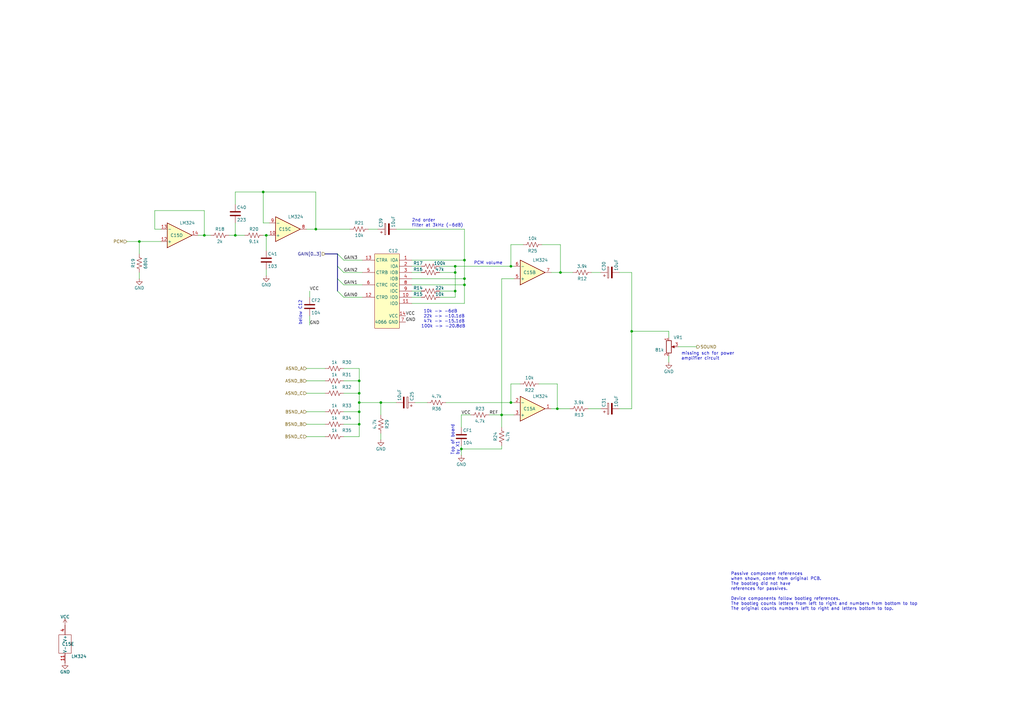
<source format=kicad_sch>
(kicad_sch (version 20231120) (generator "eeschema") (generator_version "8.0")
  (paper "A3")
  (title_block (title "Sound amplifiers") (date "2024-10-12") (company "JOTEGO") (comment 1 "Jose Tejada"))
  (lib_symbols
    (symbol "Amplifier_Operational:LM324" (pin_names (offset 0.127))
      (property "Reference" "C15" (at -3.81 0 0))
      (property "Value" "LM324" (at 0 -5.08 0))
      (symbol "LM324_1_1"
        (polyline (pts (xy -5.08 5.08) (xy 5.08 0) (xy -5.08 -5.08) (xy -5.08 5.08)) (stroke (width 0.254)) (fill (type background)))
        (pin output line (at 7.62 0 180) (length 2.54) (name "~") (number "1"))
        (pin input line (at -7.62 -2.54 0) (length 2.54) (name "-") (number "2"))
        (pin input line (at -7.62 2.54 0) (length 2.54) (name "+") (number "3"))
      )
      (symbol "LM324_2_1"
        (polyline (pts (xy -5.08 5.08) (xy 5.08 0) (xy -5.08 -5.08) (xy -5.08 5.08)) (stroke (width 0.254)) (fill (type background)))
        (pin input line (at -7.62 2.54 0) (length 2.54) (name "+") (number "5"))
        (pin input line (at -7.62 -2.54 0) (length 2.54) (name "-") (number "6"))
        (pin output line (at 7.62 0 180) (length 2.54) (name "~") (number "7"))
      )
      (symbol "LM324_3_1"
        (polyline (pts (xy -5.08 5.08) (xy 5.08 0) (xy -5.08 -5.08) (xy -5.08 5.08)) (stroke (width 0.254)) (fill (type background)))
        (pin input line (at -7.62 2.54 0) (length 2.54) (name "+") (number "10"))
        (pin output line (at 7.62 0 180) (length 2.54) (name "~") (number "8"))
        (pin input line (at -7.62 -2.54 0) (length 2.54) (name "-") (number "9"))
      )
      (symbol "LM324_4_1"
        (polyline (pts (xy -5.08 5.08) (xy 5.08 0) (xy -5.08 -5.08) (xy -5.08 5.08)) (stroke (width 0.254)) (fill (type background)))
        (pin input line (at -7.62 2.54 0) (length 2.54) (name "+") (number "12"))
        (pin input line (at -7.62 -2.54 0) (length 2.54) (name "-") (number "13"))
        (pin output line (at 7.62 0 180) (length 2.54) (name "~") (number "14"))
      )
      (symbol "LM324_5_1"
        (rectangle (start -5.08 3.81) (end 0 -3.81))
        (pin power_in line (at -2.54 -7.62 90) (length 3.81) (name "V-") (number "11"))
        (pin power_in line (at -2.54 7.62 270) (length 3.81) (name "V+") (number "4"))
      )
    )
    (symbol "Device:C" (pin_numbers hide) (pin_names (offset 0.254))
      (property "Reference" "C" (at 0.635 2.54 0))
      (property "Value" "C" (at 0.635 -2.54 0))
      (symbol "C_0_1"
        (polyline (pts (xy -2.032 -0.762) (xy 2.032 -0.762)) (stroke (width 0.508)))
        (polyline (pts (xy -2.032 0.762) (xy 2.032 0.762)) (stroke (width 0.508)))
      )
      (symbol "C_1_1"
        (pin passive line (at 0 3.81 270) (length 2.794) (name "~") (number "1"))
        (pin passive line (at 0 -3.81 90) (length 2.794) (name "~") (number "2"))
      )
    )
    (symbol "Device:C_Polarized" (pin_numbers hide) (pin_names (offset 0.254))
      (property "Reference" "C" (at 0.635 2.54 0))
      (property "Value" "C_Polarized" (at 0.635 -2.54 0))
      (symbol "C_Polarized_0_1"
        (rectangle (start -2.286 0.508) (end 2.286 1.016))
        (polyline (pts (xy -1.778 2.286) (xy -0.762 2.286)))
        (polyline (pts (xy -1.27 2.794) (xy -1.27 1.778)))
        (rectangle (start 2.286 -0.508) (end -2.286 -1.016) (fill (type outline)))
      )
      (symbol "C_Polarized_1_1"
        (pin passive line (at 0 3.81 270) (length 2.794) (name "~") (number "1"))
        (pin passive line (at 0 -3.81 90) (length 2.794) (name "~") (number "2"))
      )
    )
    (symbol "Device:R_US" (pin_numbers hide) (pin_names (offset 0))
      (property "Reference" "R" (at 2.54 0 90))
      (property "Value" "R_US" (at -2.54 0 90))
      (symbol "R_US_0_1"
        (polyline (pts (xy 0 -2.286) (xy 0 -2.54)))
        (polyline (pts (xy 0 2.286) (xy 0 2.54)))
        (polyline (pts (xy 0 -0.762) (xy 1.016 -1.143) (xy 0 -1.524) (xy -1.016 -1.905) (xy 0 -2.286)))
        (polyline (pts (xy 0 0.762) (xy 1.016 0.381) (xy 0 0) (xy -1.016 -0.381) (xy 0 -0.762)))
        (polyline (pts (xy 0 2.286) (xy 1.016 1.905) (xy 0 1.524) (xy -1.016 1.143) (xy 0 0.762)))
      )
      (symbol "R_US_1_1"
        (pin passive line (at 0 3.81 270) (length 1.27) (name "~") (number "1"))
        (pin passive line (at 0 -3.81 90) (length 1.27) (name "~") (number "2"))
      )
    )
    (symbol "LM324_1" (pin_names (offset 0.127))
      (property "Reference" "C15" (at -3.81 0 0))
      (property "Value" "LM324" (at 0 -5.08 0))
      (symbol "LM324_1_1_1"
        (polyline (pts (xy -5.08 5.08) (xy 5.08 0) (xy -5.08 -5.08) (xy -5.08 5.08)) (stroke (width 0.254)) (fill (type background)))
        (pin output line (at 7.62 0 180) (length 2.54) (name "~") (number "1"))
        (pin input line (at -7.62 -2.54 0) (length 2.54) (name "-") (number "2"))
        (pin input line (at -7.62 2.54 0) (length 2.54) (name "+") (number "3"))
      )
      (symbol "LM324_1_2_1"
        (polyline (pts (xy -5.08 5.08) (xy 5.08 0) (xy -5.08 -5.08) (xy -5.08 5.08)) (stroke (width 0.254)) (fill (type background)))
        (pin input line (at -7.62 2.54 0) (length 2.54) (name "+") (number "5"))
        (pin input line (at -7.62 -2.54 0) (length 2.54) (name "-") (number "6"))
        (pin output line (at 7.62 0 180) (length 2.54) (name "~") (number "7"))
      )
      (symbol "LM324_1_3_1"
        (polyline (pts (xy -5.08 5.08) (xy 5.08 0) (xy -5.08 -5.08) (xy -5.08 5.08)) (stroke (width 0.254)) (fill (type background)))
        (pin input line (at -7.62 2.54 0) (length 2.54) (name "+") (number "10"))
        (pin output line (at 7.62 0 180) (length 2.54) (name "~") (number "8"))
        (pin input line (at -7.62 -2.54 0) (length 2.54) (name "-") (number "9"))
      )
      (symbol "LM324_1_4_1"
        (polyline (pts (xy -5.08 5.08) (xy 5.08 0) (xy -5.08 -5.08) (xy -5.08 5.08)) (stroke (width 0.254)) (fill (type background)))
        (pin input line (at -7.62 2.54 0) (length 2.54) (name "+") (number "12"))
        (pin input line (at -7.62 -2.54 0) (length 2.54) (name "-") (number "13"))
        (pin output line (at 7.62 0 180) (length 2.54) (name "~") (number "14"))
      )
      (symbol "LM324_1_5_1"
        (rectangle (start -5.08 3.81) (end 0 -3.81))
        (pin power_in line (at -2.54 -7.62 90) (length 3.81) (name "V-") (number "11"))
        (pin power_in line (at -2.54 7.62 270) (length 3.81) (name "V+") (number "4"))
      )
    )
    (symbol "LM324_2" (pin_names (offset 0.127))
      (property "Reference" "C15" (at -3.81 0 0))
      (property "Value" "LM324" (at 0 -5.08 0))
      (symbol "LM324_2_1_1"
        (polyline (pts (xy -5.08 5.08) (xy 5.08 0) (xy -5.08 -5.08) (xy -5.08 5.08)) (stroke (width 0.254)) (fill (type background)))
        (pin output line (at 7.62 0 180) (length 2.54) (name "~") (number "1"))
        (pin input line (at -7.62 -2.54 0) (length 2.54) (name "-") (number "2"))
        (pin input line (at -7.62 2.54 0) (length 2.54) (name "+") (number "3"))
      )
      (symbol "LM324_2_2_1"
        (polyline (pts (xy -5.08 5.08) (xy 5.08 0) (xy -5.08 -5.08) (xy -5.08 5.08)) (stroke (width 0.254)) (fill (type background)))
        (pin input line (at -7.62 2.54 0) (length 2.54) (name "+") (number "5"))
        (pin input line (at -7.62 -2.54 0) (length 2.54) (name "-") (number "6"))
        (pin output line (at 7.62 0 180) (length 2.54) (name "~") (number "7"))
      )
      (symbol "LM324_2_3_1"
        (polyline (pts (xy -5.08 5.08) (xy 5.08 0) (xy -5.08 -5.08) (xy -5.08 5.08)) (stroke (width 0.254)) (fill (type background)))
        (pin input line (at -7.62 2.54 0) (length 2.54) (name "+") (number "10"))
        (pin output line (at 7.62 0 180) (length 2.54) (name "~") (number "8"))
        (pin input line (at -7.62 -2.54 0) (length 2.54) (name "-") (number "9"))
      )
      (symbol "LM324_2_4_1"
        (polyline (pts (xy -5.08 5.08) (xy 5.08 0) (xy -5.08 -5.08) (xy -5.08 5.08)) (stroke (width 0.254)) (fill (type background)))
        (pin input line (at -7.62 2.54 0) (length 2.54) (name "+") (number "12"))
        (pin input line (at -7.62 -2.54 0) (length 2.54) (name "-") (number "13"))
        (pin output line (at 7.62 0 180) (length 2.54) (name "~") (number "14"))
      )
      (symbol "LM324_2_5_1"
        (rectangle (start -5.08 3.81) (end 0 -3.81))
        (pin power_in line (at -2.54 -7.62 90) (length 3.81) (name "V-") (number "11"))
        (pin power_in line (at -2.54 7.62 270) (length 3.81) (name "V+") (number "4"))
      )
    )
    (symbol "LM324_3" (pin_names (offset 0.127))
      (property "Reference" "C15" (at -3.81 0 0))
      (property "Value" "LM324" (at 0 -5.08 0))
      (symbol "LM324_3_1_1"
        (polyline (pts (xy -5.08 5.08) (xy 5.08 0) (xy -5.08 -5.08) (xy -5.08 5.08)) (stroke (width 0.254)) (fill (type background)))
        (pin output line (at 7.62 0 180) (length 2.54) (name "~") (number "1"))
        (pin input line (at -7.62 -2.54 0) (length 2.54) (name "-") (number "2"))
        (pin input line (at -7.62 2.54 0) (length 2.54) (name "+") (number "3"))
      )
      (symbol "LM324_3_2_1"
        (polyline (pts (xy -5.08 5.08) (xy 5.08 0) (xy -5.08 -5.08) (xy -5.08 5.08)) (stroke (width 0.254)) (fill (type background)))
        (pin input line (at -7.62 2.54 0) (length 2.54) (name "+") (number "5"))
        (pin input line (at -7.62 -2.54 0) (length 2.54) (name "-") (number "6"))
        (pin output line (at 7.62 0 180) (length 2.54) (name "~") (number "7"))
      )
      (symbol "LM324_3_3_1"
        (polyline (pts (xy -5.08 5.08) (xy 5.08 0) (xy -5.08 -5.08) (xy -5.08 5.08)) (stroke (width 0.254)) (fill (type background)))
        (pin input line (at -7.62 2.54 0) (length 2.54) (name "+") (number "10"))
        (pin output line (at 7.62 0 180) (length 2.54) (name "~") (number "8"))
        (pin input line (at -7.62 -2.54 0) (length 2.54) (name "-") (number "9"))
      )
      (symbol "LM324_3_4_1"
        (polyline (pts (xy -5.08 5.08) (xy 5.08 0) (xy -5.08 -5.08) (xy -5.08 5.08)) (stroke (width 0.254)) (fill (type background)))
        (pin input line (at -7.62 2.54 0) (length 2.54) (name "+") (number "12"))
        (pin input line (at -7.62 -2.54 0) (length 2.54) (name "-") (number "13"))
        (pin output line (at 7.62 0 180) (length 2.54) (name "~") (number "14"))
      )
      (symbol "LM324_3_5_1"
        (rectangle (start -5.08 3.81) (end 0 -3.81))
        (pin power_in line (at -2.54 -7.62 90) (length 3.81) (name "V-") (number "11"))
        (pin power_in line (at -2.54 7.62 270) (length 3.81) (name "V+") (number "4"))
      )
    )
    (symbol "LM324_4" (pin_names (offset 0.127))
      (property "Reference" "C15" (at -3.81 0 0))
      (property "Value" "LM324" (at 0 -5.08 0))
      (symbol "LM324_4_1_1"
        (polyline (pts (xy -5.08 5.08) (xy 5.08 0) (xy -5.08 -5.08) (xy -5.08 5.08)) (stroke (width 0.254)) (fill (type background)))
        (pin output line (at 7.62 0 180) (length 2.54) (name "~") (number "1"))
        (pin input line (at -7.62 -2.54 0) (length 2.54) (name "-") (number "2"))
        (pin input line (at -7.62 2.54 0) (length 2.54) (name "+") (number "3"))
      )
      (symbol "LM324_4_2_1"
        (polyline (pts (xy -5.08 5.08) (xy 5.08 0) (xy -5.08 -5.08) (xy -5.08 5.08)) (stroke (width 0.254)) (fill (type background)))
        (pin input line (at -7.62 2.54 0) (length 2.54) (name "+") (number "5"))
        (pin input line (at -7.62 -2.54 0) (length 2.54) (name "-") (number "6"))
        (pin output line (at 7.62 0 180) (length 2.54) (name "~") (number "7"))
      )
      (symbol "LM324_4_3_1"
        (polyline (pts (xy -5.08 5.08) (xy 5.08 0) (xy -5.08 -5.08) (xy -5.08 5.08)) (stroke (width 0.254)) (fill (type background)))
        (pin input line (at -7.62 2.54 0) (length 2.54) (name "+") (number "10"))
        (pin output line (at 7.62 0 180) (length 2.54) (name "~") (number "8"))
        (pin input line (at -7.62 -2.54 0) (length 2.54) (name "-") (number "9"))
      )
      (symbol "LM324_4_4_1"
        (polyline (pts (xy -5.08 5.08) (xy 5.08 0) (xy -5.08 -5.08) (xy -5.08 5.08)) (stroke (width 0.254)) (fill (type background)))
        (pin input line (at -7.62 2.54 0) (length 2.54) (name "+") (number "12"))
        (pin input line (at -7.62 -2.54 0) (length 2.54) (name "-") (number "13"))
        (pin output line (at 7.62 0 180) (length 2.54) (name "~") (number "14"))
      )
      (symbol "LM324_4_5_1"
        (rectangle (start -5.08 3.81) (end 0 -3.81))
        (pin power_in line (at -2.54 -7.62 90) (length 3.81) (name "V-") (number "11"))
        (pin power_in line (at -2.54 7.62 270) (length 3.81) (name "V+") (number "4"))
      )
    )
    (symbol "arcade:4066"
      (property "Reference" "U" (at 0 19.05 0))
      (property "Value" "4066" (at 0 16.51 0))
      (symbol "4066_0_1"
        (rectangle (start -5.08 15.24) (end 5.08 -15.24) (fill (type background)))
      )
      (symbol "4066_1_1"
        (pin bidirectional line (at 10.16 12.7 180) (length 5.08) (name "IOA") (number "1"))
        (pin bidirectional line (at 10.16 -2.54 180) (length 5.08) (name "IOD") (number "10"))
        (pin bidirectional line (at 10.16 -5.08 180) (length 5.08) (name "IOD") (number "11"))
        (pin input line (at -10.16 -2.54 0) (length 5.08) (name "CTRD") (number "12"))
        (pin input line (at -10.16 12.7 0) (length 5.08) (name "CTRA") (number "13"))
        (pin power_in line (at 7.62 -10.16 180) (length 2.54) (name "VCC") (number "14"))
        (pin bidirectional line (at 10.16 10.16 180) (length 5.08) (name "IOA") (number "2"))
        (pin bidirectional line (at 10.16 7.62 180) (length 5.08) (name "IOB") (number "3"))
        (pin bidirectional line (at 10.16 5.08 180) (length 5.08) (name "IOB") (number "4"))
        (pin input line (at -10.16 7.62 0) (length 5.08) (name "CTRB") (number "5"))
        (pin input line (at -10.16 2.54 0) (length 5.08) (name "CTRC") (number "6"))
        (pin power_in line (at 7.62 -12.7 180) (length 2.54) (name "GND") (number "7"))
        (pin bidirectional line (at 10.16 2.54 180) (length 5.08) (name "IOC") (number "8"))
        (pin bidirectional line (at 10.16 0 180) (length 5.08) (name "IOC") (number "9"))
      )
    )
    (symbol "arcade:R_POT"
      (property "Reference" "U" (at 3.81 6.35 0))
      (property "Value" "R_POT" (at 10.16 3.81 0))
      (symbol "R_POT_0_1"
        (rectangle (start -1.016 2.54) (end 1.016 -2.54) (stroke (width 0.254)))
        (polyline (pts (xy 2.54 0) (xy 1.524 0)))
        (polyline (pts (xy 1.143 0) (xy 2.286 0.508) (xy 2.286 -0.508) (xy 1.143 0)) (fill (type outline)))
      )
      (symbol "R_POT_1_1"
        (pin passive line (at 0 3.81 270) (length 1.27) (name "") (number "1"))
        (pin passive line (at 0 -3.81 90) (length 1.27) (name "") (number "2"))
        (pin passive line (at 3.81 0 180) (length 1.27) (name "") (number "3"))
      )
    )
    (symbol "power:GND" (power) (pin_numbers hide) (pin_names (offset 0) hide)
      (property "Value" "GND" (at 0 -3.81 0))
      (symbol "GND_0_1"
        (polyline (pts (xy 0 0) (xy 0 -1.27) (xy 1.27 -1.27) (xy 0 -2.54) (xy -1.27 -1.27) (xy 0 -1.27)))
      )
      (symbol "GND_1_1"
        (pin power_in line (at 0 0 270) (length 0) (name "~") (number "1"))
      )
    )
    (symbol "power:VCC" (power) (pin_numbers hide) (pin_names (offset 0) hide)
      (property "Value" "VCC" (at 0 3.556 0))
      (symbol "VCC_0_1"
        (polyline (pts (xy -0.762 1.27) (xy 0 2.54)))
        (polyline (pts (xy 0 0) (xy 0 2.54)))
        (polyline (pts (xy 0 2.54) (xy 0.762 1.27)))
      )
      (symbol "VCC_1_1"
        (pin power_in line (at 0 0 90) (length 0) (name "~") (number "1"))
      )
    )
  )
  (junction (at 190.5 116.84))
  (junction (at 147.32 161.29))
  (junction (at 259.08 135.89))
  (junction (at 147.32 156.21))
  (junction (at 109.22 96.52))
  (junction (at 147.32 165.1))
  (junction (at 107.95 78.74))
  (junction (at 96.52 96.52))
  (junction (at 190.5 106.68))
  (junction (at 83.82 96.52))
  (junction (at 228.6 167.64))
  (junction (at 57.15 99.06))
  (junction (at 186.69 111.76))
  (junction (at 229.87 111.76))
  (junction (at 205.74 170.18))
  (junction (at 186.69 109.22))
  (junction (at 156.21 165.1))
  (junction (at 190.5 114.3))
  (junction (at 147.32 168.91))
  (junction (at 189.23 184.15))
  (junction (at 147.32 173.99))
  (junction (at 186.69 119.38))
  (junction (at 209.55 109.22))
  (junction (at 209.55 165.1))
  (junction (at 129.54 93.98))
  (bus_entry (at 138.43 104.14) (size 2.54 2.54))
  (bus_entry (at 138.43 119.38) (size 2.54 2.54))
  (bus_entry (at 138.43 109.22) (size 2.54 2.54))
  (bus_entry (at 138.43 114.3) (size 2.54 2.54))
  (wire (pts (xy 147.32 165.1) (xy 156.21 165.1)))
  (wire (pts (xy 93.98 96.52) (xy 96.52 96.52)))
  (wire (pts (xy 186.69 111.76) (xy 180.34 111.76)))
  (wire (pts (xy 228.6 167.64) (xy 233.68 167.64)))
  (wire (pts (xy 228.6 167.64) (xy 226.06 167.64)))
  (wire (pts (xy 52.07 99.06) (xy 57.15 99.06)))
  (wire (pts (xy 156.21 165.1) (xy 162.56 165.1)))
  (wire (pts (xy 140.97 156.21) (xy 147.32 156.21)))
  (wire (pts (xy 133.35 156.21) (xy 125.73 156.21)))
  (wire (pts (xy 81.28 96.52) (xy 83.82 96.52)))
  (wire (pts (xy 140.97 161.29) (xy 147.32 161.29)))
  (wire (pts (xy 180.34 119.38) (xy 186.69 119.38)))
  (wire (pts (xy 109.22 96.52) (xy 110.49 96.52)))
  (wire (pts (xy 209.55 100.33) (xy 214.63 100.33)))
  (wire (pts (xy 109.22 110.49) (xy 109.22 113.03)))
  (wire (pts (xy 140.97 173.99) (xy 147.32 173.99)))
  (wire (pts (xy 57.15 99.06) (xy 66.04 99.06)))
  (wire (pts (xy 57.15 99.06) (xy 57.15 104.14)))
  (wire (pts (xy 200.66 170.18) (xy 205.74 170.18)))
  (wire (pts (xy 96.52 78.74) (xy 107.95 78.74)))
  (wire (pts (xy 209.55 109.22) (xy 210.82 109.22)))
  (wire (pts (xy 129.54 93.98) (xy 143.51 93.98)))
  (wire (pts (xy 186.69 121.92) (xy 180.34 121.92)))
  (wire (pts (xy 205.74 170.18) (xy 210.82 170.18)))
  (wire (pts (xy 147.32 179.07) (xy 147.32 173.99)))
  (wire (pts (xy 133.35 168.91) (xy 125.73 168.91)))
  (wire (pts (xy 242.57 111.76) (xy 246.38 111.76)))
  (wire (pts (xy 96.52 96.52) (xy 100.33 96.52)))
  (wire (pts (xy 96.52 91.44) (xy 96.52 96.52)))
  (wire (pts (xy 140.97 168.91) (xy 147.32 168.91)))
  (wire (pts (xy 156.21 177.8) (xy 156.21 180.34)))
  (bus (pts (xy 138.43 119.38) (xy 138.43 114.3)))
  (wire (pts (xy 186.69 119.38) (xy 186.69 121.92)))
  (wire (pts (xy 186.69 111.76) (xy 186.69 119.38)))
  (wire (pts (xy 259.08 167.64) (xy 254 167.64)))
  (wire (pts (xy 66.04 93.98) (xy 63.5 93.98)))
  (wire (pts (xy 180.34 109.22) (xy 186.69 109.22)))
  (wire (pts (xy 140.97 121.92) (xy 148.59 121.92)))
  (wire (pts (xy 205.74 184.15) (xy 189.23 184.15)))
  (wire (pts (xy 209.55 165.1) (xy 209.55 157.48)))
  (wire (pts (xy 147.32 161.29) (xy 147.32 156.21)))
  (wire (pts (xy 140.97 106.68) (xy 148.59 106.68)))
  (wire (pts (xy 147.32 151.13) (xy 147.32 156.21)))
  (wire (pts (xy 189.23 182.88) (xy 189.23 184.15)))
  (wire (pts (xy 125.73 93.98) (xy 129.54 93.98)))
  (wire (pts (xy 140.97 111.76) (xy 148.59 111.76)))
  (wire (pts (xy 63.5 86.36) (xy 83.82 86.36)))
  (wire (pts (xy 241.3 167.64) (xy 246.38 167.64)))
  (wire (pts (xy 205.74 182.88) (xy 205.74 184.15)))
  (wire (pts (xy 127 129.54) (xy 127 133.35)))
  (wire (pts (xy 168.91 111.76) (xy 172.72 111.76)))
  (wire (pts (xy 168.91 109.22) (xy 172.72 109.22)))
  (wire (pts (xy 83.82 86.36) (xy 83.82 96.52)))
  (wire (pts (xy 109.22 96.52) (xy 109.22 102.87)))
  (wire (pts (xy 147.32 165.1) (xy 147.32 168.91)))
  (wire (pts (xy 162.56 93.98) (xy 190.5 93.98)))
  (wire (pts (xy 190.5 93.98) (xy 190.5 106.68)))
  (wire (pts (xy 228.6 157.48) (xy 228.6 167.64)))
  (wire (pts (xy 205.74 170.18) (xy 205.74 175.26)))
  (wire (pts (xy 63.5 93.98) (xy 63.5 86.36)))
  (wire (pts (xy 186.69 109.22) (xy 186.69 111.76)))
  (wire (pts (xy 226.06 111.76) (xy 229.87 111.76)))
  (wire (pts (xy 170.18 165.1) (xy 175.26 165.1)))
  (wire (pts (xy 168.91 119.38) (xy 172.72 119.38)))
  (wire (pts (xy 156.21 165.1) (xy 156.21 170.18)))
  (wire (pts (xy 110.49 91.44) (xy 107.95 91.44)))
  (wire (pts (xy 168.91 124.46) (xy 190.5 124.46)))
  (wire (pts (xy 147.32 168.91) (xy 147.32 173.99)))
  (bus (pts (xy 138.43 109.22) (xy 138.43 104.14)))
  (wire (pts (xy 190.5 116.84) (xy 190.5 124.46)))
  (wire (pts (xy 209.55 165.1) (xy 210.82 165.1)))
  (wire (pts (xy 129.54 78.74) (xy 129.54 93.98)))
  (wire (pts (xy 205.74 114.3) (xy 205.74 170.18)))
  (wire (pts (xy 96.52 83.82) (xy 96.52 78.74)))
  (wire (pts (xy 274.32 135.89) (xy 259.08 135.89)))
  (wire (pts (xy 210.82 114.3) (xy 205.74 114.3)))
  (wire (pts (xy 151.13 93.98) (xy 154.94 93.98)))
  (wire (pts (xy 182.88 165.1) (xy 209.55 165.1)))
  (wire (pts (xy 57.15 111.76) (xy 57.15 114.3)))
  (wire (pts (xy 190.5 106.68) (xy 190.5 114.3)))
  (wire (pts (xy 140.97 179.07) (xy 147.32 179.07)))
  (wire (pts (xy 147.32 161.29) (xy 147.32 165.1)))
  (wire (pts (xy 168.91 116.84) (xy 190.5 116.84)))
  (wire (pts (xy 274.32 138.43) (xy 274.32 135.89)))
  (wire (pts (xy 229.87 100.33) (xy 222.25 100.33)))
  (wire (pts (xy 133.35 173.99) (xy 125.73 173.99)))
  (wire (pts (xy 209.55 109.22) (xy 209.55 100.33)))
  (wire (pts (xy 133.35 151.13) (xy 125.73 151.13)))
  (wire (pts (xy 229.87 111.76) (xy 229.87 100.33)))
  (wire (pts (xy 127 119.38) (xy 127 121.92)))
  (bus (pts (xy 138.43 114.3) (xy 138.43 109.22)))
  (wire (pts (xy 168.91 121.92) (xy 172.72 121.92)))
  (wire (pts (xy 133.35 179.07) (xy 125.73 179.07)))
  (wire (pts (xy 189.23 170.18) (xy 193.04 170.18)))
  (wire (pts (xy 140.97 116.84) (xy 148.59 116.84)))
  (bus (pts (xy 133.35 104.14) (xy 138.43 104.14)))
  (wire (pts (xy 274.32 146.05) (xy 274.32 148.59)))
  (wire (pts (xy 220.98 157.48) (xy 228.6 157.48)))
  (wire (pts (xy 168.91 106.68) (xy 190.5 106.68)))
  (wire (pts (xy 209.55 157.48) (xy 213.36 157.48)))
  (wire (pts (xy 168.91 114.3) (xy 190.5 114.3)))
  (wire (pts (xy 278.13 142.24) (xy 285.75 142.24)))
  (wire (pts (xy 133.35 161.29) (xy 125.73 161.29)))
  (wire (pts (xy 190.5 114.3) (xy 190.5 116.84)))
  (wire (pts (xy 254 111.76) (xy 259.08 111.76)))
  (wire (pts (xy 107.95 96.52) (xy 109.22 96.52)))
  (wire (pts (xy 189.23 175.26) (xy 189.23 170.18)))
  (wire (pts (xy 107.95 78.74) (xy 129.54 78.74)))
  (wire (pts (xy 259.08 111.76) (xy 259.08 135.89)))
  (wire (pts (xy 259.08 135.89) (xy 259.08 167.64)))
  (wire (pts (xy 186.69 109.22) (xy 209.55 109.22)))
  (wire (pts (xy 140.97 151.13) (xy 147.32 151.13)))
  (wire (pts (xy 189.23 184.15) (xy 189.23 186.69)))
  (wire (pts (xy 83.82 96.52) (xy 86.36 96.52)))
  (wire (pts (xy 229.87 111.76) (xy 234.95 111.76)))
  (wire (pts (xy 107.95 91.44) (xy 107.95 78.74)))
  (text "PCM volume" (at 194.31 107.95 0) (effects (font (size 1.27 1.27)) (justify left)))
  (text "below C12" (at 123.19 133.35 90) (effects (font (size 1.27 1.27)) (justify left)))
  (text "Passive component references\nwhen shown, come from original PCB.\nThe bootleg did not have\nreferences for passives.\n\nDevice components follow bootleg references.\nThe bootleg counts letters from left to right and numbers from bottom to top\nThe original counts numbers left to right and letters bottom to top." (at 299.72 242.57 0) (effects (font (size 1.27 1.27)) (justify left)))
  (text "2nd order\nfilter at 3kHz (-6dB)" (at 168.91 91.44 0) (effects (font (size 1.27 1.27)) (justify left)))
  (text "missing sch for power \namplifier circuit" (at 279.4 146.05 0) (effects (font (size 1.27 1.27)) (justify left)))
  (text "Top of board\nby X1" (at 186.69 186.69 90) (effects (font (size 1.27 1.27)) (justify left)))
  (text " 10k -> -6dB\n 22k -> -10.1dB \n 47k -> -15.1dB\n100k -> -20.8dB" (at 172.72 130.81 0) (effects (font (size 1.27 1.27)) (justify left)))
  (label "GND" (at 127 133.35 0))
  (label "GND" (at 166.37 132.08 0))
  (label "REF" (at 200.66 170.18 0))
  (label "GAIN2" (at 140.97 111.76 0))
  (label "GAIN1" (at 140.97 116.84 0))
  (label "VCC" (at 166.37 129.54 0))
  (label "VCC" (at 127 119.38 0))
  (label "VCC" (at 189.23 170.18 0))
  (label "GAIN3" (at 140.97 106.68 0))
  (label "GAIN0" (at 140.97 121.92 0))
  (hierarchical_label "BSND_A" (shape input) (at 125.73 168.91 180))
  (hierarchical_label "ASND_A" (shape input) (at 125.73 151.13 180))
  (hierarchical_label "ASND_C" (shape input) (at 125.73 161.29 180))
  (hierarchical_label "BSND_B" (shape input) (at 125.73 173.99 180))
  (hierarchical_label "ASND_B" (shape input) (at 125.73 156.21 180))
  (hierarchical_label "GAIN[0..3]" (shape input) (at 133.35 104.14 180))
  (hierarchical_label "PCM" (shape input) (at 52.07 99.06 180))
  (hierarchical_label "SOUND" (shape output) (at 285.75 142.24 0))
  (hierarchical_label "BSND_C" (shape input) (at 125.73 179.07 180))
  (symbol (lib_id "arcade:R_POT") (at 274.32 142.24 0) (unit 1)
    (property "Reference" "VR1" (at 278.13 138.43 0))
    (property "Value" "81k" (at 270.51 143.51 0))
    (property "Description" "3-Pin Potentiometer" (effects (hide yes)))
  )
  (symbol (lib_id "power:VCC") (at 26.67 256.54 0) (unit 1)
    (property "Reference" "#PWR077" (effects (hide yes)))
    (property "Value" "VCC" (at 26.67 252.984 0))
    (property "Description" "Power symbol creates a global label with name \"VCC\"" (effects (hide yes)))
  )
  (symbol (lib_name "LM324_2") (lib_id "Amplifier_Operational:LM324") (at 218.44 167.64 0) (mirror x) (unit 1)
    (property "Reference" "C15" (at 214.63 167.64 0) (effects (justify left)))
    (property "Value" "LM324" (at 218.44 162.56 0) (effects (justify left)))
    (property "Datasheet" "http://www.ti.com/lit/ds/symlink/lm2902-n.pdf" (effects (hide yes)))
    (property "Description" "Low-Power, Quad-Operational Amplifiers, DIP-14/SOIC-14/SSOP-14" (effects (hide yes)))
  )
  (symbol (lib_id "Device:C_Polarized") (at 250.19 111.76 90) (unit 1)
    (property "Reference" "C30" (at 247.65 111.125 0) (effects (justify left)))
    (property "Value" "10uF" (at 252.73 111.125 0) (effects (justify left)))
    (property "Description" "Polarized capacitor" (effects (hide yes)))
  )
  (symbol (lib_id "Device:C_Polarized") (at 158.75 93.98 90) (unit 1)
    (property "Reference" "C39" (at 156.21 93.345 0) (effects (justify left)))
    (property "Value" "10uF" (at 161.29 93.345 0) (effects (justify left)))
    (property "Description" "Polarized capacitor" (effects (hide yes)))
  )
  (symbol (lib_id "Device:R_US") (at 238.76 111.76 90) (unit 1)
    (property "Reference" "R12" (at 238.76 114.3 90))
    (property "Value" "3.9k" (at 238.76 109.22 90))
    (property "Description" "Resistor, US symbol" (effects (hide yes)))
  )
  (symbol (lib_id "Device:R_US") (at 104.14 96.52 90) (unit 1)
    (property "Reference" "R20" (at 104.14 93.98 90))
    (property "Value" "9.1k" (at 104.14 99.06 90))
    (property "Description" "Resistor, US symbol" (effects (hide yes)))
  )
  (symbol (lib_id "Device:R_US") (at 218.44 100.33 90) (unit 1)
    (property "Reference" "R25" (at 218.44 102.87 90))
    (property "Value" "10k" (at 218.44 97.79 90))
    (property "Description" "Resistor, US symbol" (effects (hide yes)))
  )
  (symbol (lib_id "Device:C_Polarized") (at 166.37 165.1 270) (mirror x) (unit 1)
    (property "Reference" "C25" (at 168.91 164.465 0) (effects (justify left)))
    (property "Value" "10uF" (at 163.83 164.465 0) (effects (justify left)))
    (property "Description" "Polarized capacitor" (effects (hide yes)))
  )
  (symbol (lib_id "arcade:4066") (at 158.75 119.38 0) (unit 1)
    (property "Reference" "C12" (at 161.29 102.87 0))
    (property "Value" "4066" (at 156.21 132.08 0))
    (property "Datasheet" "http://www.ti.com/lit/ds/symlink/cd4066b.pdf" (effects (hide yes)))
    (property "Description" "Quad Analog Switches" (effects (hide yes)))
  )
  (symbol (lib_id "power:GND") (at 57.15 114.3 0) (unit 1)
    (property "Reference" "#PWR094" (effects (hide yes)))
    (property "Value" "GND" (at 57.15 118.11 0))
    (property "Description" "Power symbol creates a global label with name \"GND\" , ground" (effects (hide yes)))
  )
  (symbol (lib_id "Device:R_US") (at 156.21 173.99 0) (unit 1)
    (property "Reference" "R29" (at 158.75 173.99 90))
    (property "Value" "4.7k" (at 153.67 173.99 90))
    (property "Description" "Resistor, US symbol" (effects (hide yes)))
  )
  (symbol (lib_id "Device:R_US") (at 137.16 161.29 270) (unit 1)
    (property "Reference" "R32" (at 142.24 158.75 90))
    (property "Value" "1k" (at 137.16 158.75 90))
    (property "Description" "Resistor, US symbol" (effects (hide yes)))
  )
  (symbol (lib_id "Device:C") (at 189.23 179.07 0) (unit 1)
    (property "Reference" "CF1" (at 189.865 176.53 0) (effects (justify left)))
    (property "Value" "104" (at 189.865 181.61 0) (effects (justify left)))
    (property "Description" "Unpolarized capacitor" (effects (hide yes)))
  )
  (symbol (lib_id "Device:R_US") (at 137.16 173.99 270) (unit 1)
    (property "Reference" "R34" (at 142.24 171.45 90))
    (property "Value" "1k" (at 137.16 171.45 90))
    (property "Description" "Resistor, US symbol" (effects (hide yes)))
  )
  (symbol (lib_id "power:GND") (at 189.23 186.69 0) (unit 1)
    (property "Reference" "#PWR096" (effects (hide yes)))
    (property "Value" "GND" (at 189.23 190.5 0))
    (property "Description" "Power symbol creates a global label with name \"GND\" , ground" (effects (hide yes)))
  )
  (symbol (lib_id "Device:C") (at 96.52 87.63 0) (unit 1)
    (property "Reference" "C40" (at 97.155 85.09 0) (effects (justify left)))
    (property "Value" "223" (at 97.155 90.17 0) (effects (justify left)))
    (property "Description" "Unpolarized capacitor" (effects (hide yes)))
  )
  (symbol (lib_id "Amplifier_Operational:LM324") (at 29.21 264.16 0) (unit 5)
    (property "Reference" "C15" (at 25.4 264.16 0) (effects (justify left)))
    (property "Value" "LM324" (at 29.21 269.24 0) (effects (justify left)))
    (property "Datasheet" "http://www.ti.com/lit/ds/symlink/lm2902-n.pdf" (effects (hide yes)))
    (property "Description" "Low-Power, Quad-Operational Amplifiers, DIP-14/SOIC-14/SSOP-14" (effects (hide yes)))
  )
  (symbol (lib_id "Device:R_US") (at 137.16 168.91 270) (unit 1)
    (property "Reference" "R33" (at 142.24 166.37 90))
    (property "Value" "1k" (at 137.16 166.37 90))
    (property "Description" "Resistor, US symbol" (effects (hide yes)))
  )
  (symbol (lib_id "Device:R_US") (at 196.85 170.18 90) (unit 1)
    (property "Reference" "R23" (at 196.85 167.64 90))
    (property "Value" "4.7k" (at 196.85 172.72 90))
    (property "Description" "Resistor, US symbol" (effects (hide yes)))
  )
  (symbol (lib_id "Device:R_US") (at 176.53 111.76 90) (unit 1)
    (property "Reference" "R16" (at 171.45 110.49 90))
    (property "Value" "47k" (at 180.34 110.49 90))
    (property "Description" "Resistor, US symbol" (effects (hide yes)))
  )
  (symbol (lib_id "Device:C") (at 109.22 106.68 0) (unit 1)
    (property "Reference" "C41" (at 109.855 104.14 0) (effects (justify left)))
    (property "Value" "103" (at 109.855 109.22 0) (effects (justify left)))
    (property "Description" "Unpolarized capacitor" (effects (hide yes)))
  )
  (symbol (lib_id "Device:R_US") (at 237.49 167.64 90) (unit 1)
    (property "Reference" "R13" (at 237.49 170.18 90))
    (property "Value" "3.9k" (at 237.49 165.1 90))
    (property "Description" "Resistor, US symbol" (effects (hide yes)))
  )
  (symbol (lib_name "LM324_3") (lib_id "Amplifier_Operational:LM324") (at 118.11 93.98 0) (mirror x) (unit 3)
    (property "Reference" "C15" (at 114.3 93.98 0) (effects (justify left)))
    (property "Value" "LM324" (at 118.11 88.9 0) (effects (justify left)))
    (property "Datasheet" "http://www.ti.com/lit/ds/symlink/lm2902-n.pdf" (effects (hide yes)))
    (property "Description" "Low-Power, Quad-Operational Amplifiers, DIP-14/SOIC-14/SSOP-14" (effects (hide yes)))
  )
  (symbol (lib_id "Device:R_US") (at 205.74 179.07 180) (unit 1)
    (property "Reference" "R24" (at 203.2 179.07 90))
    (property "Value" "4.7k" (at 208.28 179.07 90))
    (property "Description" "Resistor, US symbol" (effects (hide yes)))
  )
  (symbol (lib_id "Device:R_US") (at 176.53 121.92 90) (unit 1)
    (property "Reference" "R15" (at 171.45 120.65 90))
    (property "Value" "10k" (at 180.34 120.65 90))
    (property "Description" "Resistor, US symbol" (effects (hide yes)))
  )
  (symbol (lib_id "Device:R_US") (at 137.16 151.13 270) (unit 1)
    (property "Reference" "R30" (at 142.24 148.59 90))
    (property "Value" "1k" (at 137.16 148.59 90))
    (property "Description" "Resistor, US symbol" (effects (hide yes)))
  )
  (symbol (lib_id "Device:R_US") (at 179.07 165.1 270) (unit 1)
    (property "Reference" "R36" (at 179.07 167.64 90))
    (property "Value" "4.7k" (at 179.07 162.56 90))
    (property "Description" "Resistor, US symbol" (effects (hide yes)))
  )
  (symbol (lib_id "power:GND") (at 26.67 271.78 0) (unit 1)
    (property "Reference" "#PWR038" (effects (hide yes)))
    (property "Value" "GND" (at 26.67 275.59 0))
    (property "Description" "Power symbol creates a global label with name \"GND\" , ground" (effects (hide yes)))
  )
  (symbol (lib_id "power:GND") (at 156.21 180.34 0) (unit 1)
    (property "Reference" "#PWR097" (effects (hide yes)))
    (property "Value" "GND" (at 156.21 184.15 0))
    (property "Description" "Power symbol creates a global label with name \"GND\" , ground" (effects (hide yes)))
  )
  (symbol (lib_id "Device:R_US") (at 90.17 96.52 90) (unit 1)
    (property "Reference" "R18" (at 90.17 93.98 90))
    (property "Value" "2k" (at 90.17 99.06 90))
    (property "Description" "Resistor, US symbol" (effects (hide yes)))
  )
  (symbol (lib_id "Device:C_Polarized") (at 250.19 167.64 90) (unit 1)
    (property "Reference" "C31" (at 247.65 167.005 0) (effects (justify left)))
    (property "Value" "10uF" (at 252.73 167.005 0) (effects (justify left)))
    (property "Description" "Polarized capacitor" (effects (hide yes)))
  )
  (symbol (lib_id "Device:C") (at 127 125.73 0) (unit 1)
    (property "Reference" "CF2" (at 127.635 123.19 0) (effects (justify left)))
    (property "Value" "104" (at 127.635 128.27 0) (effects (justify left)))
    (property "Description" "Unpolarized capacitor" (effects (hide yes)))
  )
  (symbol (lib_id "Device:R_US") (at 137.16 179.07 270) (unit 1)
    (property "Reference" "R35" (at 142.24 176.53 90))
    (property "Value" "1k" (at 137.16 176.53 90))
    (property "Description" "Resistor, US symbol" (effects (hide yes)))
  )
  (symbol (lib_id "Device:R_US") (at 217.17 157.48 90) (unit 1)
    (property "Reference" "R22" (at 217.17 160.02 90))
    (property "Value" "10k" (at 217.17 154.94 90))
    (property "Description" "Resistor, US symbol" (effects (hide yes)))
  )
  (symbol (lib_id "Device:R_US") (at 57.15 107.95 180) (unit 1)
    (property "Reference" "R19" (at 54.61 107.95 90))
    (property "Value" "680k" (at 59.69 107.95 90))
    (property "Description" "Resistor, US symbol" (effects (hide yes)))
  )
  (symbol (lib_id "Device:R_US") (at 176.53 119.38 90) (unit 1)
    (property "Reference" "R14" (at 171.45 118.11 90))
    (property "Value" "22k" (at 180.34 118.11 90))
    (property "Description" "Resistor, US symbol" (effects (hide yes)))
  )
  (symbol (lib_id "Device:R_US") (at 176.53 109.22 90) (unit 1)
    (property "Reference" "R17" (at 171.45 107.95 90))
    (property "Value" "100k" (at 180.34 107.95 90))
    (property "Description" "Resistor, US symbol" (effects (hide yes)))
  )
  (symbol (lib_name "LM324_4") (lib_id "Amplifier_Operational:LM324") (at 73.66 96.52 0) (mirror x) (unit 4)
    (property "Reference" "C15" (at 69.85 96.52 0) (effects (justify left)))
    (property "Value" "LM324" (at 73.66 91.44 0) (effects (justify left)))
    (property "Datasheet" "http://www.ti.com/lit/ds/symlink/lm2902-n.pdf" (effects (hide yes)))
    (property "Description" "Low-Power, Quad-Operational Amplifiers, DIP-14/SOIC-14/SSOP-14" (effects (hide yes)))
  )
  (symbol (lib_id "Device:R_US") (at 147.32 93.98 90) (unit 1)
    (property "Reference" "R21" (at 147.32 91.44 90))
    (property "Value" "10k" (at 147.32 96.52 90))
    (property "Description" "Resistor, US symbol" (effects (hide yes)))
  )
  (symbol (lib_id "power:GND") (at 274.32 148.59 0) (unit 1)
    (property "Reference" "#PWR095" (effects (hide yes)))
    (property "Value" "GND" (at 274.32 152.4 0))
    (property "Description" "Power symbol creates a global label with name \"GND\" , ground" (effects (hide yes)))
  )
  (symbol (lib_name "LM324_1") (lib_id "Amplifier_Operational:LM324") (at 218.44 111.76 0) (mirror x) (unit 2)
    (property "Reference" "C15" (at 214.63 111.76 0) (effects (justify left)))
    (property "Value" "LM324" (at 218.44 106.68 0) (effects (justify left)))
    (property "Datasheet" "http://www.ti.com/lit/ds/symlink/lm2902-n.pdf" (effects (hide yes)))
    (property "Description" "Low-Power, Quad-Operational Amplifiers, DIP-14/SOIC-14/SSOP-14" (effects (hide yes)))
  )
  (symbol (lib_id "power:GND") (at 109.22 113.03 0) (unit 1)
    (property "Reference" "#PWR098" (effects (hide yes)))
    (property "Value" "GND" (at 109.22 116.84 0))
    (property "Description" "Power symbol creates a global label with name \"GND\" , ground" (effects (hide yes)))
  )
  (symbol (lib_id "Device:R_US") (at 137.16 156.21 270) (unit 1)
    (property "Reference" "R31" (at 142.24 153.67 90))
    (property "Value" "1k" (at 137.16 153.67 90))
    (property "Description" "Resistor, US symbol" (effects (hide yes)))
  )
)
</source>
